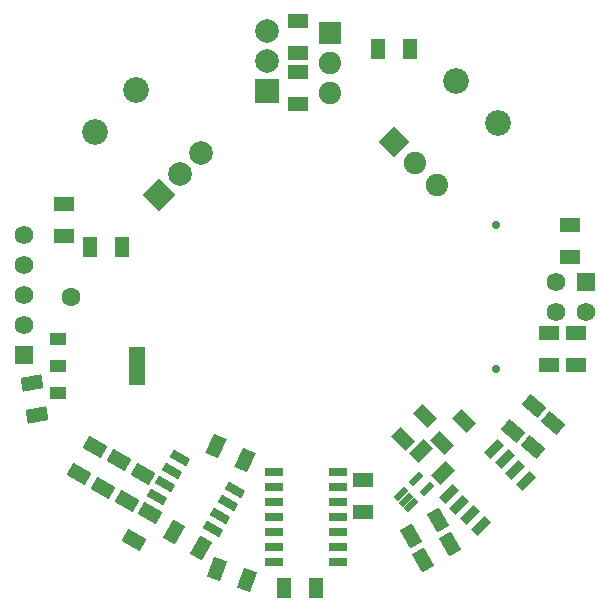
<source format=gbr>
%TF.GenerationSoftware,Altium Limited,Altium Designer,22.1.2 (22)*%
G04 Layer_Color=8388736*
%FSLAX45Y45*%
%MOMM*%
%TF.SameCoordinates,A05C4332-DD78-49BD-A17D-671ED2E2A3CF*%
%TF.FilePolarity,Negative*%
%TF.FileFunction,Soldermask,Top*%
%TF.Part,Single*%
G01*
G75*
%TA.AperFunction,ComponentPad*%
%ADD50R,1.58000X1.58000*%
%ADD51C,1.58000*%
%ADD52C,2.00000*%
%ADD53P,2.82843X4X90.0*%
%ADD54C,0.73000*%
%ADD55R,1.58000X1.58000*%
%ADD56R,1.89500X1.89500*%
%ADD57C,1.89500*%
%ADD58R,2.00000X2.00000*%
%ADD59C,2.18000*%
%ADD60P,2.67993X4X360.0*%
%TA.AperFunction,ViaPad*%
%ADD61C,1.60400*%
%TA.AperFunction,SMDPad,CuDef*%
G04:AMPARAMS|DCode=64|XSize=1.78mm|YSize=1.18mm|CornerRadius=0mm|HoleSize=0mm|Usage=FLASHONLY|Rotation=150.000|XOffset=0mm|YOffset=0mm|HoleType=Round|Shape=Rectangle|*
%AMROTATEDRECTD64*
4,1,4,1.06576,0.06596,0.47576,-0.95596,-1.06576,-0.06596,-0.47576,0.95596,1.06576,0.06596,0.0*
%
%ADD64ROTATEDRECTD64*%

G04:AMPARAMS|DCode=65|XSize=1.78mm|YSize=1.18mm|CornerRadius=0mm|HoleSize=0mm|Usage=FLASHONLY|Rotation=135.000|XOffset=0mm|YOffset=0mm|HoleType=Round|Shape=Rectangle|*
%AMROTATEDRECTD65*
4,1,4,1.04652,-0.21213,0.21213,-1.04652,-1.04652,0.21213,-0.21213,1.04652,1.04652,-0.21213,0.0*
%
%ADD65ROTATEDRECTD65*%

%ADD66R,1.38000X3.33000*%
%ADD67R,1.38000X1.03000*%
G04:AMPARAMS|DCode=68|XSize=1.78mm|YSize=1.18mm|CornerRadius=0mm|HoleSize=0mm|Usage=FLASHONLY|Rotation=60.000|XOffset=0mm|YOffset=0mm|HoleType=Round|Shape=Rectangle|*
%AMROTATEDRECTD68*
4,1,4,0.06596,-1.06576,-0.95596,-0.47576,-0.06596,1.06576,0.95596,0.47576,0.06596,-1.06576,0.0*
%
%ADD68ROTATEDRECTD68*%

G04:AMPARAMS|DCode=69|XSize=1.28mm|YSize=0.48mm|CornerRadius=0mm|HoleSize=0mm|Usage=FLASHONLY|Rotation=45.000|XOffset=0mm|YOffset=0mm|HoleType=Round|Shape=Rectangle|*
%AMROTATEDRECTD69*
4,1,4,-0.28284,-0.62225,-0.62225,-0.28284,0.28284,0.62225,0.62225,0.28284,-0.28284,-0.62225,0.0*
%
%ADD69ROTATEDRECTD69*%

G04:AMPARAMS|DCode=70|XSize=1.78mm|YSize=1.18mm|CornerRadius=0mm|HoleSize=0mm|Usage=FLASHONLY|Rotation=225.000|XOffset=0mm|YOffset=0mm|HoleType=Round|Shape=Rectangle|*
%AMROTATEDRECTD70*
4,1,4,0.21213,1.04652,1.04652,0.21213,-0.21213,-1.04652,-1.04652,-0.21213,0.21213,1.04652,0.0*
%
%ADD70ROTATEDRECTD70*%

%ADD71R,1.18000X1.78000*%
%ADD72R,1.78000X1.18000*%
G04:AMPARAMS|DCode=73|XSize=1.605mm|YSize=0.73mm|CornerRadius=0mm|HoleSize=0mm|Usage=FLASHONLY|Rotation=225.000|XOffset=0mm|YOffset=0mm|HoleType=Round|Shape=Rectangle|*
%AMROTATEDRECTD73*
4,1,4,0.30936,0.82555,0.82555,0.30936,-0.30936,-0.82555,-0.82555,-0.30936,0.30936,0.82555,0.0*
%
%ADD73ROTATEDRECTD73*%

G04:AMPARAMS|DCode=74|XSize=1.78mm|YSize=1.18mm|CornerRadius=0mm|HoleSize=0mm|Usage=FLASHONLY|Rotation=245.000|XOffset=0mm|YOffset=0mm|HoleType=Round|Shape=Rectangle|*
%AMROTATEDRECTD74*
4,1,4,-0.15859,1.05596,0.91085,0.55727,0.15859,-1.05596,-0.91085,-0.55727,-0.15859,1.05596,0.0*
%
%ADD74ROTATEDRECTD74*%

G04:AMPARAMS|DCode=75|XSize=1.78mm|YSize=1.18mm|CornerRadius=0mm|HoleSize=0mm|Usage=FLASHONLY|Rotation=320.000|XOffset=0mm|YOffset=0mm|HoleType=Round|Shape=Rectangle|*
%AMROTATEDRECTD75*
4,1,4,-1.06103,0.12011,-0.30253,1.02405,1.06103,-0.12011,0.30253,-1.02405,-1.06103,0.12011,0.0*
%
%ADD75ROTATEDRECTD75*%

G04:AMPARAMS|DCode=76|XSize=1.78mm|YSize=1.18mm|CornerRadius=0mm|HoleSize=0mm|Usage=FLASHONLY|Rotation=70.000|XOffset=0mm|YOffset=0mm|HoleType=Round|Shape=Rectangle|*
%AMROTATEDRECTD76*
4,1,4,0.25002,-1.03812,-0.85882,-0.63454,-0.25002,1.03812,0.85882,0.63454,0.25002,-1.03812,0.0*
%
%ADD76ROTATEDRECTD76*%

G04:AMPARAMS|DCode=77|XSize=1.78mm|YSize=1.18mm|CornerRadius=0mm|HoleSize=0mm|Usage=FLASHONLY|Rotation=120.000|XOffset=0mm|YOffset=0mm|HoleType=Round|Shape=Rectangle|*
%AMROTATEDRECTD77*
4,1,4,0.95596,-0.47576,-0.06596,-1.06576,-0.95596,0.47576,0.06596,1.06576,0.95596,-0.47576,0.0*
%
%ADD77ROTATEDRECTD77*%

%TA.AperFunction,ConnectorPad*%
%ADD78R,1.78000X1.18000*%
%TA.AperFunction,SMDPad,CuDef*%
G04:AMPARAMS|DCode=79|XSize=1.78mm|YSize=1.18mm|CornerRadius=0mm|HoleSize=0mm|Usage=FLASHONLY|Rotation=10.000|XOffset=0mm|YOffset=0mm|HoleType=Round|Shape=Rectangle|*
%AMROTATEDRECTD79*
4,1,4,-0.77403,-0.73558,-0.97893,0.42649,0.77403,0.73558,0.97893,-0.42649,-0.77403,-0.73558,0.0*
%
%ADD79ROTATEDRECTD79*%

G04:AMPARAMS|DCode=80|XSize=1.605mm|YSize=0.73mm|CornerRadius=0mm|HoleSize=0mm|Usage=FLASHONLY|Rotation=330.000|XOffset=0mm|YOffset=0mm|HoleType=Round|Shape=Rectangle|*
%AMROTATEDRECTD80*
4,1,4,-0.87749,0.08515,-0.51249,0.71735,0.87749,-0.08515,0.51249,-0.71735,-0.87749,0.08515,0.0*
%
%ADD80ROTATEDRECTD80*%

%ADD81R,1.60500X0.73000*%
D50*
X254000Y2108200D02*
D03*
D51*
Y2362200D02*
D03*
Y2616200D02*
D03*
Y2870200D02*
D03*
Y3124200D02*
D03*
X4762800Y2727000D02*
D03*
Y2473000D02*
D03*
X5016800D02*
D03*
D52*
X1754405Y3824505D02*
D03*
X1574800Y3644900D02*
D03*
X2311400Y4597400D02*
D03*
Y4851400D02*
D03*
D53*
X1395195Y3465295D02*
D03*
D54*
X4254800Y1992383D02*
D03*
Y3208541D02*
D03*
D55*
X5016800Y2727000D02*
D03*
D56*
X2844800Y4838700D02*
D03*
D57*
X2844800Y4584700D02*
D03*
X2844800Y4330700D02*
D03*
X3568700Y3733800D02*
D03*
X3748305Y3554195D02*
D03*
D58*
X2311400Y4343400D02*
D03*
D59*
X4267200Y4076700D02*
D03*
X3913647Y4430253D02*
D03*
X1206500Y4356100D02*
D03*
X852947Y4002547D02*
D03*
D60*
X3389095Y3913405D02*
D03*
D61*
X650000Y2600000D02*
D03*
D64*
X1324800Y777313D02*
D03*
X1189800Y543487D02*
D03*
X1261300Y1107513D02*
D03*
X1126300Y873687D02*
D03*
X1058100Y1221813D02*
D03*
X923100Y987987D02*
D03*
X854900Y1336113D02*
D03*
X719900Y1102287D02*
D03*
D65*
X3981659Y1555959D02*
D03*
X3790741Y1365041D02*
D03*
X3651459Y1594059D02*
D03*
X3460541Y1403141D02*
D03*
D66*
X1211300Y2019300D02*
D03*
D67*
X541300Y1790300D02*
D03*
Y2019300D02*
D03*
Y2248300D02*
D03*
D68*
X1755213Y478600D02*
D03*
X1521387Y613600D02*
D03*
D69*
X3577213Y1065637D02*
D03*
X3669137Y973713D02*
D03*
X3534787Y839363D02*
D03*
X3488825Y885325D02*
D03*
X3442863Y931287D02*
D03*
D70*
X3612941Y1301959D02*
D03*
X3803859Y1111041D02*
D03*
D71*
X2455800Y139700D02*
D03*
X2725800D02*
D03*
X3255900Y4699000D02*
D03*
X3525900D02*
D03*
X817500Y3022600D02*
D03*
X1087500D02*
D03*
D72*
X596900Y3116200D02*
D03*
Y3386200D02*
D03*
X4699000Y2294000D02*
D03*
Y2024000D02*
D03*
X4927600D02*
D03*
Y2294000D02*
D03*
X2578100Y4503800D02*
D03*
Y4233800D02*
D03*
X3124200Y779400D02*
D03*
Y1049400D02*
D03*
X4876800Y2938400D02*
D03*
Y3208400D02*
D03*
D73*
X4121236Y664129D02*
D03*
X4031434Y753931D02*
D03*
X3941631Y843734D02*
D03*
X3851829Y933536D02*
D03*
X4235364Y1317071D02*
D03*
X4325166Y1227269D02*
D03*
X4414969Y1137466D02*
D03*
X4504771Y1047664D02*
D03*
D74*
X2128951Y1225647D02*
D03*
X1884249Y1339753D02*
D03*
D75*
X4569876Y1678216D02*
D03*
X4396324Y1471384D02*
D03*
X4561424Y1331684D02*
D03*
X4734976Y1538516D02*
D03*
D76*
X1892441Y300173D02*
D03*
X2146159Y207827D02*
D03*
D77*
X3629587Y377000D02*
D03*
X3863413Y512000D02*
D03*
X3761813Y715200D02*
D03*
X3527987Y580200D02*
D03*
D78*
X2578100Y4665600D02*
D03*
Y4935600D02*
D03*
D79*
X319458Y1872849D02*
D03*
X366342Y1606951D02*
D03*
D80*
X2044616Y969178D02*
D03*
X1981116Y859193D02*
D03*
X1917616Y749207D02*
D03*
X1854116Y639222D02*
D03*
X1384384Y910422D02*
D03*
X1447884Y1020407D02*
D03*
X1511384Y1130393D02*
D03*
X1574884Y1240378D02*
D03*
D81*
X2917300Y355600D02*
D03*
Y482600D02*
D03*
Y609600D02*
D03*
Y736600D02*
D03*
Y863600D02*
D03*
Y990600D02*
D03*
Y1117600D02*
D03*
X2374900D02*
D03*
Y990600D02*
D03*
Y863600D02*
D03*
Y736600D02*
D03*
Y609600D02*
D03*
Y482600D02*
D03*
Y355600D02*
D03*
%TF.MD5,7e5c16ba6998c598055d9a7e54920939*%
M02*

</source>
